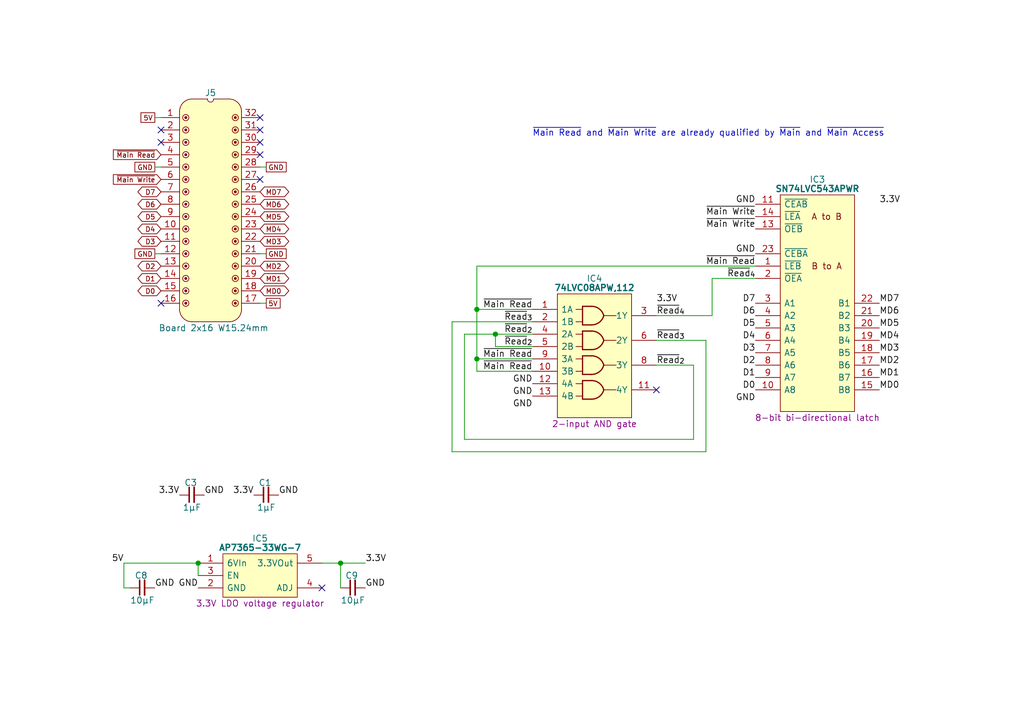
<source format=kicad_sch>
(kicad_sch (version 20250114) (generator "eeschema") (generator_version "9.0")
  (paper "A5")
  (title_block (title "Graphics Main Data") (date "2023-12-05") (rev "V0"))
  (lib_symbols
    (symbol "Diodes_Inc:AP7365-33WG-7" (pin_names (offset 0.762))
      (property "Reference" "IC" (at 12.7 5.08 0))
      (property "Value" "AP7365-33WG-7" (at 12.7 3.175 0))
      (property "Description" "3.3V LDO voltage regulator" (at 12.7 -8.255 0))
      (symbol "AP7365-33WG-7_0_0"
        (pin input line (at 0 -2.54 0) (length 5.08) (name "EN") (number "3"))
        (pin passive line (at 0 -5.08 0) (length 5.08) (name "GND") (number "2"))
        (pin passive line (at 25.4 -5.08 180) (length 5.08) (name "ADJ") (number "4"))
      )
      (symbol "AP7365-33WG-7_0_1"
        (polyline (pts (xy 5.08 1.905) (xy 20.32 1.905) (xy 20.32 -6.985) (xy 5.08 -6.985) (xy 5.08 1.905)) (fill (type background)))
      )
      (symbol "AP7365-33WG-7_1_0"
        (pin passive line (at 0 0 0) (length 5.08) (name "6VIn") (number "1"))
        (pin passive line (at 25.4 0 180) (length 5.08) (name "3.3VOut") (number "5"))
      )
    )
    (symbol "HCP65:Board_02x16_W15.24mm" (pin_names (offset 1.016) (hide yes))
      (property "Reference" "J" (at 0 5.08 0))
      (property "Value" "Board 2x16 W15.24mm" (at 0.635 -43.18 0))
      (symbol "Board_02x16_W15.24mm_0_1"
        (polyline (pts (xy -6.35 1.27) (xy -6.35 -39.37)))
        (arc (start -3.8102 -41.9098) (mid -5.6063 -41.1659) (end -6.3502 -39.3698))
        (arc (start -6.35 1.27) (mid -5.6061 3.0661) (end -3.81 3.81))
        (polyline (pts (xy -3.81 3.81) (xy -0.635 3.81)))
        (arc (start 0.635 3.81) (mid 0 3.175) (end -0.635 3.81))
        (polyline (pts (xy 0.635 3.81) (xy 3.81 3.81)))
        (polyline (pts (xy 3.8098 -41.9098) (xy -3.81 -41.91)))
        (arc (start 3.81 3.81) (mid 5.6061 3.0661) (end 6.35 1.27))
        (arc (start 6.3498 -39.3698) (mid 5.6059 -41.1659) (end 3.8098 -41.9098))
        (polyline (pts (xy 6.35 -39.37) (xy 6.35 1.27)))
      )
      (symbol "Board_02x16_W15.24mm_1_1"
        (polyline (pts (xy -6.35 1.27) (xy -6.096 2.286) (xy -5.588 3.048) (xy -4.826 3.556) (xy -4.064 3.81) (xy -0.762 3.81) (xy -0.508 3.302) (xy 0 3.048) (xy 0 -41.91) (xy -3.81 -41.91) (xy -4.826 -41.656) (xy -5.588 -41.148) (xy -6.096 -40.386) (xy -6.35 -39.37) (xy -6.35 1.27)) (stroke (width -0.0001)) (fill (type background)))
        (circle (center -5.08 0) (radius 0.0001) (stroke (width 0.3)))
        (circle (center -5.08 0) (radius 0.635) (fill (type color) (color 255 255 255 1)))
        (circle (center -5.08 -2.54) (radius 0.0001) (stroke (width 0.3)))
        (circle (center -5.08 -2.54) (radius 0.635) (fill (type color) (color 255 255 255 1)))
        (circle (center -5.08 -5.08) (radius 0.0001) (stroke (width 0.3)))
        (circle (center -5.08 -5.08) (radius 0.635) (fill (type color) (color 255 255 255 1)))
        (circle (center -5.08 -7.62) (radius 0.0001) (stroke (width 0.3)))
        (circle (center -5.08 -7.62) (radius 0.635) (fill (type color) (color 255 255 255 1)))
        (circle (center -5.08 -10.16) (radius 0.0001) (stroke (width 0.3)))
        (circle (center -5.08 -10.16) (radius 0.635) (fill (type color) (color 255 255 255 1)))
        (circle (center -5.08 -12.7) (radius 0.0001) (stroke (width 0.3)))
        (circle (center -5.08 -12.7) (radius 0.635) (fill (type color) (color 255 255 255 1)))
        (circle (center -5.08 -15.24) (radius 0.0001) (stroke (width 0.3)))
        (circle (center -5.08 -15.24) (radius 0.635) (fill (type color) (color 255 255 255 1)))
        (circle (center -5.08 -17.78) (radius 0.0001) (stroke (width 0.3)))
        (circle (center -5.08 -17.78) (radius 0.635) (fill (type color) (color 255 255 255 1)))
        (circle (center -5.08 -20.32) (radius 0.0001) (stroke (width 0.3)))
        (circle (center -5.08 -20.32) (radius 0.635) (fill (type color) (color 255 255 255 1)))
        (circle (center -5.08 -22.86) (radius 0.0001) (stroke (width 0.3)))
        (circle (center -5.08 -22.86) (radius 0.635) (fill (type color) (color 255 255 255 1)))
        (circle (center -5.08 -25.4) (radius 0.0001) (stroke (width 0.3)))
        (circle (center -5.08 -25.4) (radius 0.635) (fill (type color) (color 255 255 255 1)))
        (circle (center -5.08 -27.94) (radius 0.0001) (stroke (width 0.3)))
        (circle (center -5.08 -27.94) (radius 0.635) (fill (type color) (color 255 255 255 1)))
        (circle (center -5.08 -30.48) (radius 0.0001) (stroke (width 0.3)))
        (circle (center -5.08 -30.48) (radius 0.635) (fill (type color) (color 255 255 255 1)))
        (circle (center -5.08 -33.02) (radius 0.0001) (stroke (width 0.3)))
        (circle (center -5.08 -33.02) (radius 0.635) (fill (type color) (color 255 255 255 1)))
        (circle (center -5.08 -35.56) (radius 0.0001) (stroke (width 0.3)))
        (circle (center -5.08 -35.56) (radius 0.635) (fill (type color) (color 255 255 255 1)))
        (circle (center -5.08 -38.1) (radius 0.0001) (stroke (width 0.3)))
        (circle (center -5.08 -38.1) (radius 0.635) (fill (type color) (color 255 255 255 1)))
        (circle (center 5.08 0) (radius 0.0001) (stroke (width 0.3)))
        (circle (center 5.08 0) (radius 0.635) (fill (type color) (color 255 255 255 1)))
        (circle (center 5.08 -2.54) (radius 0.0001) (stroke (width 0.3)))
        (circle (center 5.08 -2.54) (radius 0.635) (fill (type color) (color 255 255 255 1)))
        (circle (center 5.08 -5.08) (radius 0.0001) (stroke (width 0.3)))
        (circle (center 5.08 -5.08) (radius 0.635) (fill (type color) (color 255 255 255 1)))
        (circle (center 5.08 -7.62) (radius 0.0001) (stroke (width 0.3)))
        (circle (center 5.08 -7.62) (radius 0.635) (fill (type color) (color 255 255 255 1)))
        (circle (center 5.08 -10.16) (radius 0.0001) (stroke (width 0.3)))
        (circle (center 5.08 -10.16) (radius 0.635) (fill (type color) (color 255 255 255 1)))
        (circle (center 5.08 -12.7) (radius 0.0001) (stroke (width 0.3)))
        (circle (center 5.08 -12.7) (radius 0.635) (fill (type color) (color 255 255 255 1)))
        (circle (center 5.08 -15.24) (radius 0.0001) (stroke (width 0.3)))
        (circle (center 5.08 -15.24) (radius 0.635) (fill (type color) (color 255 255 255 1)))
        (circle (center 5.08 -17.78) (radius 0.0001) (stroke (width 0.3)))
        (circle (center 5.08 -17.78) (radius 0.635) (fill (type color) (color 255 255 255 1)))
        (circle (center 5.08 -20.32) (radius 0.0001) (stroke (width 0.3)))
        (circle (center 5.08 -20.32) (radius 0.635) (fill (type color) (color 255 255 255 1)))
        (circle (center 5.08 -22.86) (radius 0.0001) (stroke (width 0.3)))
        (circle (center 5.08 -22.86) (radius 0.635) (fill (type color) (color 255 255 255 1)))
        (circle (center 5.08 -25.4) (radius 0.0001) (stroke (width 0.3)))
        (circle (center 5.08 -25.4) (radius 0.635) (fill (type color) (color 255 255 255 1)))
        (circle (center 5.08 -27.94) (radius 0.0001) (stroke (width 0.3)))
        (circle (center 5.08 -27.94) (radius 0.635) (fill (type color) (color 255 255 255 1)))
        (circle (center 5.08 -30.48) (radius 0.0001) (stroke (width 0.3)))
        (circle (center 5.08 -30.48) (radius 0.635) (fill (type color) (color 255 255 255 1)))
        (circle (center 5.08 -33.02) (radius 0.0001) (stroke (width 0.3)))
        (circle (center 5.08 -33.02) (radius 0.635) (fill (type color) (color 255 255 255 1)))
        (circle (center 5.08 -35.56) (radius 0.0001) (stroke (width 0.3)))
        (circle (center 5.08 -35.56) (radius 0.635) (fill (type color) (color 255 255 255 1)))
        (circle (center 5.08 -38.1) (radius 0.0001) (stroke (width 0.3)))
        (circle (center 5.08 -38.1) (radius 0.635) (fill (type color) (color 255 255 255 1)))
        (polyline (pts (xy 6.35 1.27) (xy 6.096 2.286) (xy 5.588 3.048) (xy 4.826 3.556) (xy 4.064 3.81) (xy 0.762 3.81) (xy 0.508 3.302) (xy 0 3.048) (xy 0 -41.91) (xy 3.81 -41.91) (xy 4.826 -41.656) (xy 5.588 -41.148) (xy 6.096 -40.386) (xy 6.35 -39.37) (xy 6.35 1.27)) (stroke (width -0.0001)) (fill (type background)))
        (pin passive line (at -10.16 0 0) (length 3.81) (name "") (number "1"))
        (pin passive line (at -10.16 -2.54 0) (length 3.81) (name "") (number "2"))
        (pin passive line (at -10.16 -5.08 0) (length 3.81) (name "") (number "3"))
        (pin passive line (at -10.16 -7.62 0) (length 3.81) (name "") (number "4"))
        (pin passive line (at -10.16 -10.16 0) (length 3.81) (name "") (number "5"))
        (pin passive line (at -10.16 -12.7 0) (length 3.81) (name "") (number "6"))
        (pin passive line (at -10.16 -15.24 0) (length 3.81) (name "") (number "7"))
        (pin passive line (at -10.16 -17.78 0) (length 3.81) (name "") (number "8"))
        (pin passive line (at -10.16 -20.32 0) (length 3.81) (name "") (number "9"))
        (pin passive line (at -10.16 -22.86 0) (length 3.81) (name "") (number "10"))
        (pin passive line (at -10.16 -25.4 0) (length 3.81) (name "") (number "11"))
        (pin passive line (at -10.16 -27.94 0) (length 3.81) (name "") (number "12"))
        (pin passive line (at -10.16 -30.48 0) (length 3.81) (name "") (number "13"))
        (pin passive line (at -10.16 -33.02 0) (length 3.81) (name "") (number "14"))
        (pin passive line (at -10.16 -35.56 0) (length 3.81) (name "") (number "15"))
        (pin passive line (at -10.16 -38.1 0) (length 3.81) (name "") (number "16"))
        (pin passive line (at 10.16 0 180) (length 3.81) (name "") (number "32"))
        (pin passive line (at 10.16 -2.54 180) (length 3.81) (name "") (number "31"))
        (pin passive line (at 10.16 -5.08 180) (length 3.81) (name "") (number "30"))
        (pin passive line (at 10.16 -7.62 180) (length 3.81) (name "") (number "29"))
        (pin passive line (at 10.16 -10.16 180) (length 3.81) (name "") (number "28"))
        (pin passive line (at 10.16 -12.7 180) (length 3.81) (name "") (number "27"))
        (pin passive line (at 10.16 -15.24 180) (length 3.81) (name "") (number "26"))
        (pin passive line (at 10.16 -17.78 180) (length 3.81) (name "") (number "25"))
        (pin passive line (at 10.16 -20.32 180) (length 3.81) (name "") (number "24"))
        (pin passive line (at 10.16 -22.86 180) (length 3.81) (name "") (number "23"))
        (pin passive line (at 10.16 -25.4 180) (length 3.81) (name "") (number "22"))
        (pin passive line (at 10.16 -27.94 180) (length 3.81) (name "") (number "21"))
        (pin passive line (at 10.16 -30.48 180) (length 3.81) (name "") (number "20"))
        (pin passive line (at 10.16 -33.02 180) (length 3.81) (name "") (number "19"))
        (pin passive line (at 10.16 -35.56 180) (length 3.81) (name "") (number "18"))
        (pin passive line (at 10.16 -38.1 180) (length 3.81) (name "") (number "17"))
      )
    )
    (symbol "HCP65:C_0805" (pin_numbers (hide yes)) (pin_names (offset 0.254) (hide yes))
      (property "Reference" "C" (at 2.286 2.54 0))
      (property "Value" "?μF" (at 2.54 -2.54 0))
      (symbol "C_0805_0_1"
        (polyline (pts (xy 1.9685 -1.4605) (xy 1.9685 1.5875)) (stroke (width 0.3048)))
        (polyline (pts (xy 2.9845 -1.4605) (xy 2.9845 1.5875)) (stroke (width 0.3302)))
      )
      (symbol "C_0805_1_1"
        (pin passive line (at 0 0 0) (length 2.032) (name "~") (number "1"))
        (pin passive line (at 5.08 0 180) (length 2.032) (name "~") (number "2"))
      )
    )
    (symbol "Nexperia:74LVC08APW,112" (pin_names (offset 0.762))
      (property "Reference" "IC" (at 12.7 6.35 0))
      (property "Value" "74LVC08APW,112" (at 12.7 4.445 0))
      (property "Description" "2-input AND gate" (at 12.7 -23.495 0))
      (symbol "74LVC08APW,112_0_0"
        (pin input line (at 0 0 0) (length 5.08) (name "1A") (number "1"))
        (pin input line (at 0 -2.54 0) (length 5.08) (name "1B") (number "2"))
        (pin input line (at 0 -5.08 0) (length 5.08) (name "2A") (number "4"))
        (pin input line (at 0 -7.62 0) (length 5.08) (name "2B") (number "5"))
        (pin input line (at 0 -10.16 0) (length 5.08) (name "3A") (number "9"))
        (pin input line (at 0 -12.7 0) (length 5.08) (name "3B") (number "10"))
        (pin input line (at 0 -15.24 0) (length 5.08) (name "4A") (number "12"))
        (pin input line (at 0 -17.78 0) (length 5.08) (name "4B") (number "13"))
        (pin passive line (at 0 -20.32 0) (length 5.08) (hide yes) (name "GND") (number "7"))
        (pin passive line (at 25.4 1.27 180) (length 5.08) (hide yes) (name "3V") (number "14"))
        (pin passive line (at 25.4 -1.27 180) (length 5.08) (name "1Y") (number "3"))
        (pin output line (at 25.4 -6.35 180) (length 5.08) (name "2Y") (number "6"))
        (pin output line (at 25.4 -11.43 180) (length 5.08) (name "3Y") (number "8"))
        (pin output line (at 25.4 -16.51 180) (length 5.08) (name "4Y") (number "11"))
      )
      (symbol "74LVC08APW,112_0_1"
        (polyline (pts (xy 5.08 3.175) (xy 20.32 3.175) (xy 20.32 -22.225) (xy 5.08 -22.225) (xy 5.08 3.175)) (stroke (width 0.1524)) (fill (type background)))
        (polyline (pts (xy 8.89 0) (xy 10.1599 0)))
        (polyline (pts (xy 8.89 -2.54) (xy 10.1599 -2.54)))
        (polyline (pts (xy 8.89 -5.08) (xy 10.1599 -5.08)))
        (polyline (pts (xy 8.89 -7.62) (xy 10.1599 -7.62)))
        (polyline (pts (xy 8.89 -10.16) (xy 10.1599 -10.16)))
        (polyline (pts (xy 8.89 -12.7) (xy 10.1599 -12.7)))
        (polyline (pts (xy 8.89 -15.24) (xy 10.1599 -15.24)))
        (polyline (pts (xy 8.89 -17.78) (xy 10.1599 -17.78)))
        (polyline (pts (xy 10.248 0.635) (xy 10.248 -3.175)) (stroke (width 0.254)) (fill (type background)))
        (polyline (pts (xy 10.248 -4.445) (xy 10.248 -8.255)) (stroke (width 0.254)) (fill (type background)))
        (polyline (pts (xy 10.248 -9.525) (xy 10.248 -13.335)) (stroke (width 0.254)) (fill (type background)))
        (polyline (pts (xy 10.248 -14.605) (xy 10.248 -18.415)) (stroke (width 0.254)) (fill (type background)))
        (polyline (pts (xy 12.065 0.635) (xy 10.248 0.635)) (stroke (width 0.254)) (fill (type background)))
        (polyline (pts (xy 12.065 -3.175) (xy 10.248 -3.175)) (stroke (width 0.254)) (fill (type background)))
        (polyline (pts (xy 12.065 -4.445) (xy 10.248 -4.445)) (stroke (width 0.254)) (fill (type background)))
        (polyline (pts (xy 12.065 -8.255) (xy 10.248 -8.255)) (stroke (width 0.254)) (fill (type background)))
        (polyline (pts (xy 12.065 -9.525) (xy 10.248 -9.525)) (stroke (width 0.254)) (fill (type background)))
        (polyline (pts (xy 12.065 -13.335) (xy 10.248 -13.335)) (stroke (width 0.254)) (fill (type background)))
        (polyline (pts (xy 12.065 -14.605) (xy 10.248 -14.605)) (stroke (width 0.254)) (fill (type background)))
        (polyline (pts (xy 12.065 -18.415) (xy 10.248 -18.415)) (stroke (width 0.254)) (fill (type background)))
        (arc (start 14.605 -1.27) (mid 13.6635 -2.6605) (end 12.065 -3.175) (stroke (width 0.254)))
        (arc (start 14.605 -6.35) (mid 13.6635 -7.7405) (end 12.065 -8.255) (stroke (width 0.254)))
        (arc (start 14.605 -11.43) (mid 13.6635 -12.8205) (end 12.065 -13.335) (stroke (width 0.254)))
        (arc (start 14.605 -16.51) (mid 13.6635 -17.9005) (end 12.065 -18.415) (stroke (width 0.254)))
        (arc (start 12.065 0.635) (mid 13.6649 0.1222) (end 14.605 -1.27) (stroke (width 0.254)))
        (arc (start 12.065 -4.445) (mid 13.6649 -4.9578) (end 14.605 -6.35) (stroke (width 0.254)))
        (arc (start 12.065 -9.525) (mid 13.6649 -10.0378) (end 14.605 -11.43) (stroke (width 0.254)))
        (arc (start 12.065 -14.605) (mid 13.6649 -15.1178) (end 14.605 -16.51) (stroke (width 0.254)))
        (polyline (pts (xy 14.605 -1.27) (xy 17.145 -1.27)))
        (polyline (pts (xy 14.605 -6.35) (xy 17.145 -6.35)))
        (polyline (pts (xy 14.605 -11.43) (xy 17.145 -11.43)))
        (polyline (pts (xy 14.605 -16.51) (xy 17.145 -16.51)))
      )
    )
    (symbol "Texas_Instruments:SN74LVC543APWR" (pin_names (offset 0.762))
      (property "Reference" "IC" (at 12.7 5.08 0))
      (property "Value" "SN74LVC543APWR" (at 12.7 3.175 0))
      (property "Description" "8-bit bi-directional latch" (at 12.7 -43.815 0))
      (symbol "SN74LVC543APWR_0_0"
        (pin passive line (at 0 0 0) (length 5.08) (name "~{CEAB}") (number "11"))
        (pin passive line (at 0 -10.16 0) (length 5.08) (name "~{CEBA}") (number "23"))
        (pin passive line (at 0 -20.32 0) (length 5.08) (name "A1") (number "3"))
        (pin passive line (at 0 -22.86 0) (length 5.08) (name "A2") (number "4"))
        (pin passive line (at 0 -25.4 0) (length 5.08) (name "A3") (number "5"))
        (pin passive line (at 0 -27.94 0) (length 5.08) (name "A4") (number "6"))
        (pin passive line (at 0 -30.48 0) (length 5.08) (name "A5") (number "7"))
        (pin passive line (at 0 -33.02 0) (length 5.08) (name "A6") (number "8"))
        (pin passive line (at 0 -35.56 0) (length 5.08) (name "A7") (number "9"))
        (pin passive line (at 0 -38.1 0) (length 5.08) (name "A8") (number "10"))
        (pin passive line (at 25.4 -20.32 180) (length 5.08) (name "B1") (number "22"))
        (pin passive line (at 25.4 -22.86 180) (length 5.08) (name "B2") (number "21"))
        (pin passive line (at 25.4 -25.4 180) (length 5.08) (name "B3") (number "20"))
        (pin passive line (at 25.4 -27.94 180) (length 5.08) (name "B4") (number "19"))
        (pin passive line (at 25.4 -30.48 180) (length 5.08) (name "B5") (number "18"))
        (pin passive line (at 25.4 -33.02 180) (length 5.08) (name "B6") (number "17"))
        (pin passive line (at 25.4 -35.56 180) (length 5.08) (name "B7") (number "16"))
        (pin passive line (at 25.4 -38.1 180) (length 5.08) (name "B8") (number "15"))
      )
      (symbol "SN74LVC543APWR_0_1"
        (polyline (pts (xy 5.08 1.905) (xy 20.32 1.905) (xy 20.32 -42.545) (xy 5.08 -42.545) (xy 5.08 1.905)) (stroke (width 0.1524)) (fill (type background)))
      )
      (symbol "SN74LVC543APWR_1_0"
        (pin passive line (at 0 -2.54 0) (length 5.08) (name "~{LEA}") (number "14"))
        (pin passive line (at 0 -5.08 0) (length 5.08) (name "~{OEB}") (number "13"))
        (pin passive line (at 0 -12.7 0) (length 5.08) (name "~{LEB}") (number "1"))
        (pin passive line (at 0 -15.24 0) (length 5.08) (name "~{OEA}") (number "2"))
        (pin passive line (at 0 -40.64 0) (length 5.08) (hide yes) (name "GND") (number "12"))
        (pin passive line (at 25.4 0 180) (length 5.08) (hide yes) (name "3V") (number "24"))
      )
      (symbol "SN74LVC543APWR_1_1"
        (text "A to B" (at 14.605 -2.54 0) (effects (font (size 1.27 1.27))))
        (text "B to A" (at 14.605 -12.7 0) (effects (font (size 1.27 1.27))))
      )
    )
  )
  (text "~{Main Read} and ~{Main Write} are already qualified by ~{Main} and ~{Main Access}" (at 145.288 27.432 0) (effects (font (size 1.27 1.27))))
  (junction (at 40.64 115.57))
  (junction (at 97.79 63.5))
  (junction (at 97.79 73.66))
  (junction (at 101.6 68.58))
  (junction (at 69.85 115.57))
  (no_connect (at 53.34 31.75))
  (no_connect (at 53.34 36.83))
  (no_connect (at 66.04 120.65))
  (no_connect (at 53.34 29.21))
  (no_connect (at 53.34 26.67))
  (no_connect (at 33.02 62.23))
  (no_connect (at 53.34 24.13))
  (no_connect (at 33.02 29.21))
  (no_connect (at 134.62 80.01))
  (no_connect (at 33.02 26.67))
  (wire (pts (xy 144.78 92.71) (xy 92.71 92.71)))
  (wire (pts (xy 95.25 90.17) (xy 95.25 68.58)))
  (wire (pts (xy 92.71 66.04) (xy 109.22 66.04)))
  (wire (pts (xy 95.25 68.58) (xy 101.6 68.58)))
  (wire (pts (xy 134.62 64.77) (xy 146.05 64.77)))
  (wire (pts (xy 101.6 68.58) (xy 109.22 68.58)))
  (wire (pts (xy 69.85 120.65) (xy 69.85 115.57)))
  (wire (pts (xy 146.05 64.77) (xy 146.05 57.15)))
  (wire (pts (xy 97.79 54.61) (xy 97.79 63.5)))
  (wire (pts (xy 109.22 71.12) (xy 101.6 71.12)))
  (wire (pts (xy 25.4 115.57) (xy 40.64 115.57)))
  (wire (pts (xy 31.75 34.29) (xy 33.02 34.29)))
  (wire (pts (xy 101.6 71.12) (xy 101.6 68.58)))
  (wire (pts (xy 54.61 34.29) (xy 53.34 34.29)))
  (wire (pts (xy 97.79 76.2) (xy 97.79 73.66)))
  (wire (pts (xy 40.64 115.57) (xy 40.64 118.11)))
  (wire (pts (xy 109.22 76.2) (xy 97.79 76.2)))
  (wire (pts (xy 31.75 24.13) (xy 33.02 24.13)))
  (wire (pts (xy 97.79 73.66) (xy 109.22 73.66)))
  (wire (pts (xy 142.24 74.93) (xy 142.24 90.17)))
  (wire (pts (xy 54.61 52.07) (xy 53.34 52.07)))
  (wire (pts (xy 144.78 69.85) (xy 144.78 92.71)))
  (wire (pts (xy 92.71 92.71) (xy 92.71 66.04)))
  (wire (pts (xy 66.04 115.57) (xy 69.85 115.57)))
  (wire (pts (xy 154.94 54.61) (xy 97.79 54.61)))
  (wire (pts (xy 31.75 52.07) (xy 33.02 52.07)))
  (wire (pts (xy 25.4 115.57) (xy 25.4 120.65)))
  (wire (pts (xy 146.05 57.15) (xy 154.94 57.15)))
  (wire (pts (xy 97.79 73.66) (xy 97.79 63.5)))
  (wire (pts (xy 134.62 69.85) (xy 144.78 69.85)))
  (wire (pts (xy 142.24 90.17) (xy 95.25 90.17)))
  (wire (pts (xy 25.4 120.65) (xy 26.67 120.65)))
  (wire (pts (xy 54.61 62.23) (xy 53.34 62.23)))
  (wire (pts (xy 97.79 63.5) (xy 109.22 63.5)))
  (wire (pts (xy 69.85 115.57) (xy 74.93 115.57)))
  (wire (pts (xy 134.62 74.93) (xy 142.24 74.93)))
  (label "GND" (at 154.94 41.91 180))
  (label "GND" (at 109.22 78.74 180))
  (label "D5" (at 154.94 67.31 180))
  (label "~{Main Read}" (at 154.94 54.61 180))
  (label "~{Read}_{3}" (at 109.22 66.04 180))
  (label "~{Main Read}" (at 109.22 73.66 180))
  (label "GND" (at 74.93 120.65 0))
  (label "GND" (at 41.91 101.6 0))
  (label "~{Read}_{2}" (at 109.22 71.12 180))
  (label "~{Read}_{2}" (at 109.22 68.58 180))
  (label "D7" (at 154.94 62.23 180))
  (label "MD5" (at 180.34 67.31 0))
  (label "GND" (at 31.75 120.65 0))
  (label "5V" (at 25.4 115.57 180))
  (label "~{Read}_{3}" (at 134.62 69.85 0))
  (label "GND" (at 154.94 52.07 180))
  (label "GND" (at 40.64 120.65 180))
  (label "~{Main Read}" (at 109.22 76.2 180))
  (label "~{Read}_{4}" (at 134.62 64.77 0))
  (label "~{Main Write}" (at 154.94 46.99 180))
  (label "3.3V" (at 36.83 101.6 180))
  (label "~{Main Read}" (at 109.22 63.5 180))
  (label "3.3V" (at 52.07 101.6 180))
  (label "D4" (at 154.94 69.85 180))
  (label "D3" (at 154.94 72.39 180))
  (label "D0" (at 154.94 80.01 180))
  (label "3.3V" (at 180.34 41.91 0))
  (label "GND" (at 109.22 81.28 180))
  (label "GND" (at 57.15 101.6 0))
  (label "GND" (at 154.94 82.55 180))
  (label "3.3V" (at 74.93 115.57 0))
  (label "~{Read}_{4}" (at 154.94 57.15 180))
  (label "MD6" (at 180.34 64.77 0))
  (label "~{Main Write}" (at 154.94 44.45 180))
  (label "~{Read}_{2}" (at 134.62 74.93 0))
  (label "D2" (at 154.94 74.93 180))
  (label "MD7" (at 180.34 62.23 0))
  (label "D1" (at 154.94 77.47 180))
  (label "MD4" (at 180.34 69.85 0))
  (label "D6" (at 154.94 64.77 180))
  (label "MD2" (at 180.34 74.93 0))
  (label "MD3" (at 180.34 72.39 0))
  (label "MD1" (at 180.34 77.47 0))
  (label "MD0" (at 180.34 80.01 0))
  (label "3.3V" (at 134.62 62.23 0))
  (label "GND" (at 109.22 83.82 180))
  (global_label "D0" (shape tri_state) (at 33.02 59.69 180) (effects (font (size 1 1))) (property "Intersheetrefs" "${INTERSHEET_REFS}" (effects (hide yes))))
  (global_label "D7" (shape tri_state) (at 33.02 39.37 180) (effects (font (size 1 1))) (property "Intersheetrefs" "${INTERSHEET_REFS}" (effects (hide yes))))
  (global_label "D3" (shape tri_state) (at 33.02 49.53 180) (effects (font (size 1 1))) (property "Intersheetrefs" "${INTERSHEET_REFS}" (effects (hide yes))))
  (global_label "MD0" (shape tri_state) (at 53.34 59.69 0) (effects (font (size 1 1))) (property "Intersheetrefs" "${INTERSHEET_REFS}" (effects (hide yes))))
  (global_label "MD6" (shape tri_state) (at 53.34 41.91 0) (effects (font (size 1 1))) (property "Intersheetrefs" "${INTERSHEET_REFS}" (effects (hide yes))))
  (global_label "~{Main Read}" (shape input) (at 33.02 31.75 180) (effects (font (size 1 1))) (property "Intersheetrefs" "${INTERSHEET_REFS}" (effects (hide yes))))
  (global_label "GND" (shape passive) (at 31.75 34.29 180) (effects (font (size 1 1))) (property "Intersheetrefs" "${INTERSHEET_REFS}" (effects (hide yes))))
  (global_label "MD2" (shape tri_state) (at 53.34 54.61 0) (effects (font (size 1 1))) (property "Intersheetrefs" "${INTERSHEET_REFS}" (effects (hide yes))))
  (global_label "GND" (shape passive) (at 31.75 52.07 180) (effects (font (size 1 1))) (property "Intersheetrefs" "${INTERSHEET_REFS}" (effects (hide yes))))
  (global_label "5V" (shape passive) (at 31.75 24.13 180) (effects (font (size 1 1))) (property "Intersheetrefs" "${INTERSHEET_REFS}" (effects (hide yes))))
  (global_label "D2" (shape tri_state) (at 33.02 54.61 180) (effects (font (size 1 1))) (property "Intersheetrefs" "${INTERSHEET_REFS}" (effects (hide yes))))
  (global_label "GND" (shape passive) (at 54.61 52.07 0) (effects (font (size 1 1))) (property "Intersheetrefs" "${INTERSHEET_REFS}" (effects (hide yes))))
  (global_label "GND" (shape passive) (at 54.61 34.29 0) (effects (font (size 1 1))) (property "Intersheetrefs" "${INTERSHEET_REFS}" (effects (hide yes))))
  (global_label "MD3" (shape tri_state) (at 53.34 49.53 0) (effects (font (size 1 1))) (property "Intersheetrefs" "${INTERSHEET_REFS}" (effects (hide yes))))
  (global_label "MD7" (shape tri_state) (at 53.34 39.37 0) (effects (font (size 1 1))) (property "Intersheetrefs" "${INTERSHEET_REFS}" (effects (hide yes))))
  (global_label "~{Main Write}" (shape input) (at 33.02 36.83 180) (effects (font (size 1 1))) (property "Intersheetrefs" "${INTERSHEET_REFS}" (effects (hide yes))))
  (global_label "D4" (shape tri_state) (at 33.02 46.99 180) (effects (font (size 1 1))) (property "Intersheetrefs" "${INTERSHEET_REFS}" (effects (hide yes))))
  (global_label "D6" (shape tri_state) (at 33.02 41.91 180) (effects (font (size 1 1))) (property "Intersheetrefs" "${INTERSHEET_REFS}" (effects (hide yes))))
  (global_label "D5" (shape tri_state) (at 33.02 44.45 180) (effects (font (size 1 1))) (property "Intersheetrefs" "${INTERSHEET_REFS}" (effects (hide yes))))
  (global_label "MD1" (shape tri_state) (at 53.34 57.15 0) (effects (font (size 1 1))) (property "Intersheetrefs" "${INTERSHEET_REFS}" (effects (hide yes))))
  (global_label "5V" (shape passive) (at 54.61 62.23 0) (effects (font (size 1 1))) (property "Intersheetrefs" "${INTERSHEET_REFS}" (effects (hide yes))))
  (global_label "MD5" (shape tri_state) (at 53.34 44.45 0) (effects (font (size 1 1))) (property "Intersheetrefs" "${INTERSHEET_REFS}" (effects (hide yes))))
  (global_label "D1" (shape tri_state) (at 33.02 57.15 180) (effects (font (size 1 1))) (property "Intersheetrefs" "${INTERSHEET_REFS}" (effects (hide yes))))
  (global_label "MD4" (shape tri_state) (at 53.34 46.99 0) (effects (font (size 1 1))) (property "Intersheetrefs" "${INTERSHEET_REFS}" (effects (hide yes))))
  (symbol (lib_id "Texas_Instruments:SN74LVC543APWR") (at 154.94 41.91 0) (unit 1)
    (property "Reference" "IC3" (at 167.64 36.83 0))
    (property "Value" "SN74LVC543APWR" (at 167.64 38.735 0) (effects (font (bold yes))))
    (property "Footprint" "SamacSys_Parts:SOP65P640X120-24N" (effects (hide yes)))
    (property "Datasheet" "http://www.ti.com/lit/gpn/sn74lvc543a" (effects (hide yes)))
    (property "Description" "8-bit bi-directional latch" (at 167.64 85.725 0))
    (property "Height" "1.2" (effects (hide yes)))
    (property "Mouser Part Number" "595-SN74LVC543APWR" (effects (hide yes)))
    (property "Mouser Price/Stock" "https://www.mouser.co.uk/ProductDetail/Texas-Instruments/SN74LVC543APWR?qs=d9gICRQKuCc0CiW%2F%252BYP3xw%3D%3D" (effects (hide yes)))
    (property "Manufacturer_Name" "Texas Instruments" (effects (hide yes)))
    (property "Manufacturer_Part_Number" "SN74LVC543APWR" (effects (hide yes)))
    (property "Silkscreen" "74LVC543" (effects (hide yes)))
  )
  (symbol (lib_id "HCP65:C_0805") (at 36.83 101.6 0) (unit 1)
    (property "Reference" "C3" (at 39.116 99.06 0))
    (property "Value" "1μF" (at 39.37 104.14 0))
    (property "Footprint" "SamacSys_Parts:C_0805" (effects (hide yes)))
  )
  (symbol (lib_id "HCP65:Board_02x16_W15.24mm") (at 43.18 24.13 0) (unit 1)
    (property "Reference" "J5" (at 43.18 19.05 0))
    (property "Value" "Board 2x16 W15.24mm" (at 43.815 67.31 0))
    (property "Footprint" "SamacSys_Parts:DIP-32_Board_W15.24mm" (effects (hide yes)))
  )
  (symbol (lib_id "Nexperia:74LVC08APW,112") (at 109.22 63.5 0) (unit 1)
    (property "Reference" "IC4" (at 121.92 57.15 0))
    (property "Value" "74LVC08APW,112" (at 121.92 59.055 0) (effects (font (bold yes))))
    (property "Footprint" "SamacSys_Parts:SOP65P640X110-14N" (effects (hide yes)))
    (property "Datasheet" "https://assets.nexperia.com/documents/data-sheet/74LVC08A.pdf" (effects (hide yes)))
    (property "Description" "2-input AND gate" (at 121.92 86.995 0))
    (property "Height" "1.1" (effects (hide yes)))
    (property "Manufacturer_Name" "Nexperia" (effects (hide yes)))
    (property "Manufacturer_Part_Number" "74LVC08APW,112" (effects (hide yes)))
    (property "Mouser Part Number" "771-74LVC08APW" (effects (hide yes)))
    (property "Mouser Price/Stock" "https://www.mouser.com/Search/Refine.aspx?Keyword=771-74LVC08APW" (effects (hide yes)))
    (property "Silkscreen" "74LVC08" (effects (hide yes)))
  )
  (symbol (lib_id "HCP65:C_0805") (at 26.67 120.65 0) (unit 1)
    (property "Reference" "C8" (at 28.956 118.11 0))
    (property "Value" "10µF" (at 26.67 123.19 0) (effects (justify left)))
    (property "Footprint" "SamacSys_Parts:C_0805" (effects (hide yes)))
  )
  (symbol (lib_id "Diodes_Inc:AP7365-33WG-7") (at 40.64 115.57 0) (unit 1)
    (property "Reference" "IC5" (at 53.34 110.49 0))
    (property "Value" "AP7365-33WG-7" (at 53.34 112.395 0) (effects (font (bold yes))))
    (property "Footprint" "SamacSys_Parts:SOT95P285X130-5N" (effects (hide yes)))
    (property "Datasheet" "https://componentsearchengine.com/Datasheets/1/AP7365-33WG-7.pdf" (effects (hide yes)))
    (property "Description" "3.3V LDO voltage regulator" (at 53.34 123.825 0))
    (property "Height" "1.3" (effects (hide yes)))
    (property "Manufacturer_Name" "Diodes Inc." (effects (hide yes)))
    (property "Manufacturer_Part_Number" "AP7365-33WG-7" (effects (hide yes)))
    (property "Mouser Part Number" "621-AP7365-33WG-7" (effects (hide yes)))
    (property "Mouser Price/Stock" "https://www.mouser.co.uk/ProductDetail/Diodes-Incorporated/AP7365-33WG-7?qs=abZ1nkZpTuOZFvxvoFPL0w%3D%3D" (effects (hide yes)))
    (property "Arrow Part Number" "AP7365-33WG-7" (effects (hide yes)))
    (property "Arrow Price/Stock" "https://www.arrow.com/en/products/ap7365-33wg-7/diodes-incorporated?region=nac" (effects (hide yes)))
    (property "Silkscreen" "AP7365" (effects (hide yes)))
  )
  (symbol (lib_id "HCP65:C_0805") (at 69.85 120.65 0) (unit 1)
    (property "Reference" "C9" (at 72.136 118.11 0))
    (property "Value" "10µF" (at 69.85 123.19 0) (effects (justify left)))
    (property "Footprint" "SamacSys_Parts:C_0805" (effects (hide yes)))
  )
  (symbol (lib_id "HCP65:C_0805") (at 52.07 101.6 0) (unit 1)
    (property "Reference" "C1" (at 54.356 99.06 0))
    (property "Value" "1μF" (at 54.61 104.14 0))
    (property "Footprint" "SamacSys_Parts:C_0805" (effects (hide yes)))
  )
)
</source>
